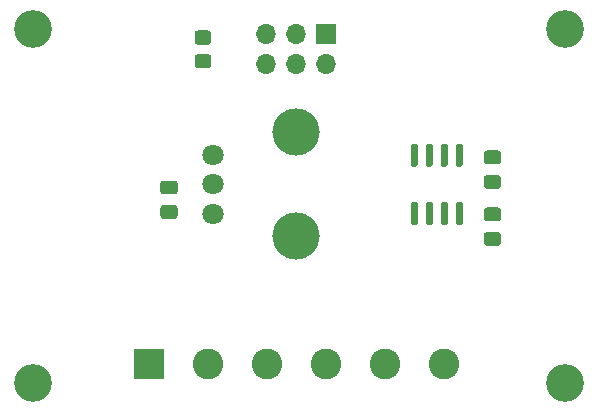
<source format=gbr>
%TF.GenerationSoftware,KiCad,Pcbnew,5.1.9-73d0e3b20d~88~ubuntu20.04.1*%
%TF.CreationDate,2021-04-09T22:55:46+02:00*%
%TF.ProjectId,hardware,68617264-7761-4726-952e-6b696361645f,rev?*%
%TF.SameCoordinates,Original*%
%TF.FileFunction,Soldermask,Top*%
%TF.FilePolarity,Negative*%
%FSLAX46Y46*%
G04 Gerber Fmt 4.6, Leading zero omitted, Abs format (unit mm)*
G04 Created by KiCad (PCBNEW 5.1.9-73d0e3b20d~88~ubuntu20.04.1) date 2021-04-09 22:55:46*
%MOMM*%
%LPD*%
G01*
G04 APERTURE LIST*
%ADD10R,2.600000X2.600000*%
%ADD11C,2.600000*%
%ADD12R,1.700000X1.700000*%
%ADD13O,1.700000X1.700000*%
%ADD14C,4.000000*%
%ADD15C,1.800000*%
%ADD16C,3.200000*%
G04 APERTURE END LIST*
%TO.C,C1*%
G36*
G01*
X111412000Y-141187500D02*
X112362000Y-141187500D01*
G75*
G02*
X112612000Y-141437500I0J-250000D01*
G01*
X112612000Y-142112500D01*
G75*
G02*
X112362000Y-142362500I-250000J0D01*
G01*
X111412000Y-142362500D01*
G75*
G02*
X111162000Y-142112500I0J250000D01*
G01*
X111162000Y-141437500D01*
G75*
G02*
X111412000Y-141187500I250000J0D01*
G01*
G37*
G36*
G01*
X111412000Y-139112500D02*
X112362000Y-139112500D01*
G75*
G02*
X112612000Y-139362500I0J-250000D01*
G01*
X112612000Y-140037500D01*
G75*
G02*
X112362000Y-140287500I-250000J0D01*
G01*
X111412000Y-140287500D01*
G75*
G02*
X111162000Y-140037500I0J250000D01*
G01*
X111162000Y-139362500D01*
G75*
G02*
X111412000Y-139112500I250000J0D01*
G01*
G37*
%TD*%
%TO.C,C2*%
G36*
G01*
X112362000Y-137536500D02*
X111412000Y-137536500D01*
G75*
G02*
X111162000Y-137286500I0J250000D01*
G01*
X111162000Y-136611500D01*
G75*
G02*
X111412000Y-136361500I250000J0D01*
G01*
X112362000Y-136361500D01*
G75*
G02*
X112612000Y-136611500I0J-250000D01*
G01*
X112612000Y-137286500D01*
G75*
G02*
X112362000Y-137536500I-250000J0D01*
G01*
G37*
G36*
G01*
X112362000Y-135461500D02*
X111412000Y-135461500D01*
G75*
G02*
X111162000Y-135211500I0J250000D01*
G01*
X111162000Y-134536500D01*
G75*
G02*
X111412000Y-134286500I250000J0D01*
G01*
X112362000Y-134286500D01*
G75*
G02*
X112612000Y-134536500I0J-250000D01*
G01*
X112612000Y-135211500D01*
G75*
G02*
X112362000Y-135461500I-250000J0D01*
G01*
G37*
%TD*%
%TO.C,C3*%
G36*
G01*
X84025000Y-136837500D02*
X84975000Y-136837500D01*
G75*
G02*
X85225000Y-137087500I0J-250000D01*
G01*
X85225000Y-137762500D01*
G75*
G02*
X84975000Y-138012500I-250000J0D01*
G01*
X84025000Y-138012500D01*
G75*
G02*
X83775000Y-137762500I0J250000D01*
G01*
X83775000Y-137087500D01*
G75*
G02*
X84025000Y-136837500I250000J0D01*
G01*
G37*
G36*
G01*
X84025000Y-138912500D02*
X84975000Y-138912500D01*
G75*
G02*
X85225000Y-139162500I0J-250000D01*
G01*
X85225000Y-139837500D01*
G75*
G02*
X84975000Y-140087500I-250000J0D01*
G01*
X84025000Y-140087500D01*
G75*
G02*
X83775000Y-139837500I0J250000D01*
G01*
X83775000Y-139162500D01*
G75*
G02*
X84025000Y-138912500I250000J0D01*
G01*
G37*
%TD*%
D10*
%TO.C,J1*%
X82804000Y-152400000D03*
D11*
X87804000Y-152400000D03*
X92804000Y-152400000D03*
X97804000Y-152400000D03*
X102804000Y-152400000D03*
X107804000Y-152400000D03*
%TD*%
D12*
%TO.C,J2*%
X97790000Y-124460000D03*
D13*
X97790000Y-127000000D03*
X95250000Y-124460000D03*
X95250000Y-127000000D03*
X92710000Y-124460000D03*
X92710000Y-127000000D03*
%TD*%
%TO.C,R1*%
G36*
G01*
X87826001Y-127330000D02*
X86925999Y-127330000D01*
G75*
G02*
X86676000Y-127080001I0J249999D01*
G01*
X86676000Y-126379999D01*
G75*
G02*
X86925999Y-126130000I249999J0D01*
G01*
X87826001Y-126130000D01*
G75*
G02*
X88076000Y-126379999I0J-249999D01*
G01*
X88076000Y-127080001D01*
G75*
G02*
X87826001Y-127330000I-249999J0D01*
G01*
G37*
G36*
G01*
X87826001Y-125330000D02*
X86925999Y-125330000D01*
G75*
G02*
X86676000Y-125080001I0J249999D01*
G01*
X86676000Y-124379999D01*
G75*
G02*
X86925999Y-124130000I249999J0D01*
G01*
X87826001Y-124130000D01*
G75*
G02*
X88076000Y-124379999I0J-249999D01*
G01*
X88076000Y-125080001D01*
G75*
G02*
X87826001Y-125330000I-249999J0D01*
G01*
G37*
%TD*%
%TO.C,U1*%
G36*
G01*
X108943000Y-138660000D02*
X109243000Y-138660000D01*
G75*
G02*
X109393000Y-138810000I0J-150000D01*
G01*
X109393000Y-140460000D01*
G75*
G02*
X109243000Y-140610000I-150000J0D01*
G01*
X108943000Y-140610000D01*
G75*
G02*
X108793000Y-140460000I0J150000D01*
G01*
X108793000Y-138810000D01*
G75*
G02*
X108943000Y-138660000I150000J0D01*
G01*
G37*
G36*
G01*
X107673000Y-138660000D02*
X107973000Y-138660000D01*
G75*
G02*
X108123000Y-138810000I0J-150000D01*
G01*
X108123000Y-140460000D01*
G75*
G02*
X107973000Y-140610000I-150000J0D01*
G01*
X107673000Y-140610000D01*
G75*
G02*
X107523000Y-140460000I0J150000D01*
G01*
X107523000Y-138810000D01*
G75*
G02*
X107673000Y-138660000I150000J0D01*
G01*
G37*
G36*
G01*
X106403000Y-138660000D02*
X106703000Y-138660000D01*
G75*
G02*
X106853000Y-138810000I0J-150000D01*
G01*
X106853000Y-140460000D01*
G75*
G02*
X106703000Y-140610000I-150000J0D01*
G01*
X106403000Y-140610000D01*
G75*
G02*
X106253000Y-140460000I0J150000D01*
G01*
X106253000Y-138810000D01*
G75*
G02*
X106403000Y-138660000I150000J0D01*
G01*
G37*
G36*
G01*
X105133000Y-138660000D02*
X105433000Y-138660000D01*
G75*
G02*
X105583000Y-138810000I0J-150000D01*
G01*
X105583000Y-140460000D01*
G75*
G02*
X105433000Y-140610000I-150000J0D01*
G01*
X105133000Y-140610000D01*
G75*
G02*
X104983000Y-140460000I0J150000D01*
G01*
X104983000Y-138810000D01*
G75*
G02*
X105133000Y-138660000I150000J0D01*
G01*
G37*
G36*
G01*
X105133000Y-133710000D02*
X105433000Y-133710000D01*
G75*
G02*
X105583000Y-133860000I0J-150000D01*
G01*
X105583000Y-135510000D01*
G75*
G02*
X105433000Y-135660000I-150000J0D01*
G01*
X105133000Y-135660000D01*
G75*
G02*
X104983000Y-135510000I0J150000D01*
G01*
X104983000Y-133860000D01*
G75*
G02*
X105133000Y-133710000I150000J0D01*
G01*
G37*
G36*
G01*
X106403000Y-133710000D02*
X106703000Y-133710000D01*
G75*
G02*
X106853000Y-133860000I0J-150000D01*
G01*
X106853000Y-135510000D01*
G75*
G02*
X106703000Y-135660000I-150000J0D01*
G01*
X106403000Y-135660000D01*
G75*
G02*
X106253000Y-135510000I0J150000D01*
G01*
X106253000Y-133860000D01*
G75*
G02*
X106403000Y-133710000I150000J0D01*
G01*
G37*
G36*
G01*
X107673000Y-133710000D02*
X107973000Y-133710000D01*
G75*
G02*
X108123000Y-133860000I0J-150000D01*
G01*
X108123000Y-135510000D01*
G75*
G02*
X107973000Y-135660000I-150000J0D01*
G01*
X107673000Y-135660000D01*
G75*
G02*
X107523000Y-135510000I0J150000D01*
G01*
X107523000Y-133860000D01*
G75*
G02*
X107673000Y-133710000I150000J0D01*
G01*
G37*
G36*
G01*
X108943000Y-133710000D02*
X109243000Y-133710000D01*
G75*
G02*
X109393000Y-133860000I0J-150000D01*
G01*
X109393000Y-135510000D01*
G75*
G02*
X109243000Y-135660000I-150000J0D01*
G01*
X108943000Y-135660000D01*
G75*
G02*
X108793000Y-135510000I0J150000D01*
G01*
X108793000Y-133860000D01*
G75*
G02*
X108943000Y-133710000I150000J0D01*
G01*
G37*
%TD*%
D14*
%TO.C,RV1*%
X95250000Y-141560000D03*
X95250000Y-132760000D03*
D15*
X88250000Y-139660000D03*
X88250000Y-137160000D03*
X88250000Y-134660000D03*
%TD*%
D16*
%TO.C,H1*%
X73000000Y-154000000D03*
%TD*%
%TO.C,H2*%
X73000000Y-124000000D03*
%TD*%
%TO.C,H3*%
X118000000Y-124000000D03*
%TD*%
%TO.C,H4*%
X118000000Y-154000000D03*
%TD*%
M02*

</source>
